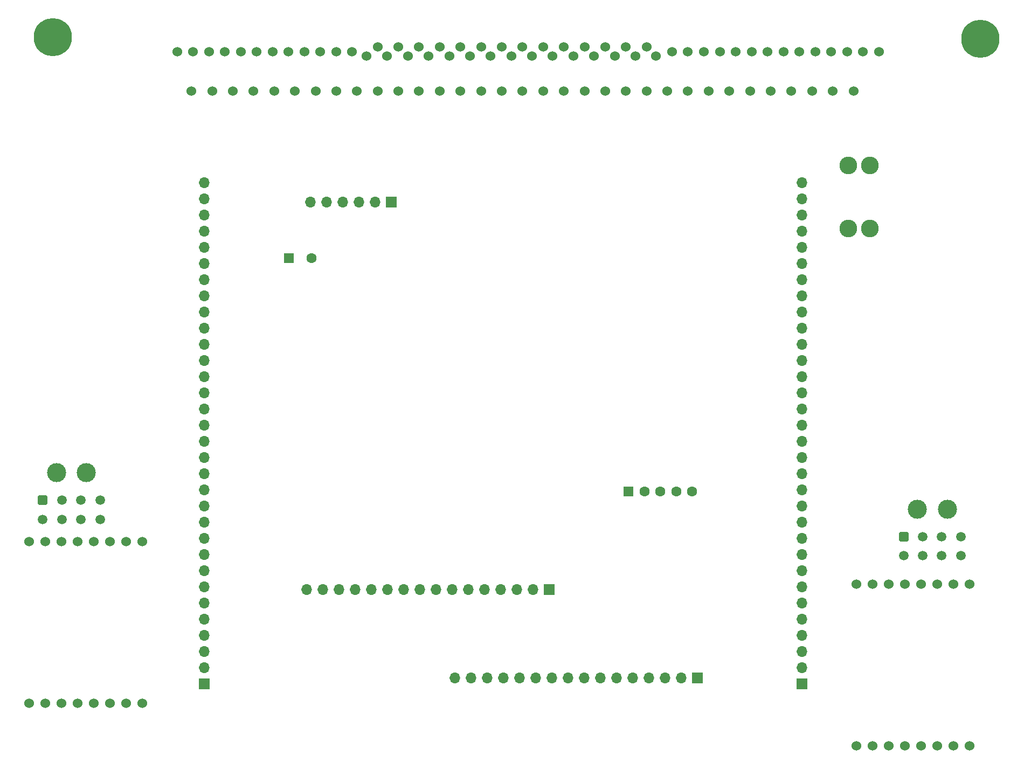
<source format=gbr>
%TF.GenerationSoftware,KiCad,Pcbnew,(6.0.1)*%
%TF.CreationDate,2023-10-20T02:01:24+01:00*%
%TF.ProjectId,Polygonus-Universal-Base,506f6c79-676f-46e7-9573-2d556e697665,rev?*%
%TF.SameCoordinates,Original*%
%TF.FileFunction,Soldermask,Bot*%
%TF.FilePolarity,Negative*%
%FSLAX46Y46*%
G04 Gerber Fmt 4.6, Leading zero omitted, Abs format (unit mm)*
G04 Created by KiCad (PCBNEW (6.0.1)) date 2023-10-20 02:01:24*
%MOMM*%
%LPD*%
G01*
G04 APERTURE LIST*
G04 Aperture macros list*
%AMRoundRect*
0 Rectangle with rounded corners*
0 $1 Rounding radius*
0 $2 $3 $4 $5 $6 $7 $8 $9 X,Y pos of 4 corners*
0 Add a 4 corners polygon primitive as box body*
4,1,4,$2,$3,$4,$5,$6,$7,$8,$9,$2,$3,0*
0 Add four circle primitives for the rounded corners*
1,1,$1+$1,$2,$3*
1,1,$1+$1,$4,$5*
1,1,$1+$1,$6,$7*
1,1,$1+$1,$8,$9*
0 Add four rect primitives between the rounded corners*
20,1,$1+$1,$2,$3,$4,$5,0*
20,1,$1+$1,$4,$5,$6,$7,0*
20,1,$1+$1,$6,$7,$8,$9,0*
20,1,$1+$1,$8,$9,$2,$3,0*%
G04 Aperture macros list end*
%ADD10R,1.700000X1.700000*%
%ADD11O,1.700000X1.700000*%
%ADD12C,1.600000*%
%ADD13R,1.600000X1.600000*%
%ADD14C,1.524000*%
%ADD15C,1.500000*%
%ADD16RoundRect,0.250001X-0.499999X-0.499999X0.499999X-0.499999X0.499999X0.499999X-0.499999X0.499999X0*%
%ADD17C,3.000000*%
%ADD18C,2.780000*%
%ADD19C,6.000000*%
G04 APERTURE END LIST*
D10*
%TO.C,J4*%
X181672763Y-132012059D03*
D11*
X181672763Y-129472059D03*
X181672763Y-126932059D03*
X181672763Y-124392059D03*
X181672763Y-121852059D03*
X181672763Y-119312059D03*
X181672763Y-116772059D03*
X181672763Y-114232059D03*
X181672763Y-111692059D03*
X181672763Y-109152059D03*
X181672763Y-106612059D03*
X181672763Y-104072059D03*
X181672763Y-101532059D03*
X181672763Y-98992059D03*
X181672763Y-96452059D03*
X181672763Y-93912059D03*
X181672763Y-91372059D03*
X181672763Y-88832059D03*
X181672763Y-86292059D03*
X181672763Y-83752059D03*
X181672763Y-81212059D03*
X181672763Y-78672059D03*
X181672763Y-76132059D03*
X181672763Y-73592059D03*
X181672763Y-71052059D03*
X181672763Y-68512059D03*
X181672763Y-65972059D03*
X181672763Y-63432059D03*
X181672763Y-60892059D03*
X181672763Y-58352059D03*
X181672763Y-55812059D03*
X181672763Y-53272059D03*
D10*
X87760080Y-132017154D03*
D11*
X87760080Y-129477154D03*
X87760080Y-126937154D03*
X87760080Y-124397154D03*
X87760080Y-121857154D03*
X87760080Y-119317154D03*
X87760080Y-116777154D03*
X87760080Y-114237154D03*
X87760080Y-111697154D03*
X87760080Y-109157154D03*
X87760080Y-106617154D03*
X87760080Y-104077154D03*
X87760080Y-101537154D03*
X87760080Y-98997154D03*
X87760080Y-96457154D03*
X87760080Y-93917154D03*
X87760080Y-91377154D03*
X87760080Y-88837154D03*
X87760080Y-86297154D03*
X87760080Y-83757154D03*
X87760080Y-81217154D03*
X87760080Y-78677154D03*
X87760080Y-76137154D03*
X87760080Y-73597154D03*
X87760080Y-71057154D03*
X87760080Y-68517154D03*
X87760080Y-65977154D03*
X87760080Y-63437154D03*
X87760080Y-60897154D03*
X87760080Y-58357154D03*
X87760080Y-55817154D03*
X87760080Y-53277154D03*
D10*
X165230080Y-131026287D03*
D11*
X162690080Y-131026287D03*
X160150080Y-131026287D03*
X157610080Y-131026287D03*
X155070080Y-131026287D03*
X152530080Y-131026287D03*
X149990080Y-131026287D03*
X147450080Y-131026287D03*
X144910080Y-131026287D03*
X142370080Y-131026287D03*
X139830080Y-131026287D03*
X137290080Y-131026287D03*
X134750080Y-131026287D03*
X132210080Y-131026287D03*
X129670080Y-131026287D03*
X127130080Y-131026287D03*
D10*
X141953794Y-117134404D03*
D11*
X139413794Y-117134404D03*
X136873794Y-117134404D03*
X134333794Y-117134404D03*
X131793794Y-117134404D03*
X129253794Y-117134404D03*
X126713794Y-117134404D03*
X124173794Y-117134404D03*
X121633794Y-117134404D03*
X119093794Y-117134404D03*
X116553794Y-117134404D03*
X114013794Y-117134404D03*
X111473794Y-117134404D03*
X108933794Y-117134404D03*
X106393794Y-117134404D03*
X103853794Y-117134404D03*
D12*
X164425871Y-101751522D03*
X161925871Y-101751522D03*
X159425871Y-101751522D03*
X156925871Y-101751522D03*
D13*
X154425871Y-101751522D03*
D10*
X117154579Y-56302538D03*
D11*
X114614579Y-56302538D03*
X112074579Y-56302538D03*
X109534579Y-56302538D03*
X106994579Y-56302538D03*
X104454579Y-56302538D03*
%TD*%
D14*
%TO.C,U14*%
X60295183Y-135040000D03*
X62835183Y-135040000D03*
X65375183Y-135040000D03*
X67915183Y-135040000D03*
X70455183Y-135040000D03*
X72995183Y-135040000D03*
X75535183Y-135040000D03*
X78075183Y-135040000D03*
X60295183Y-109640000D03*
X62835183Y-109640000D03*
X65375183Y-109640000D03*
X67915183Y-109640000D03*
X70455183Y-109640000D03*
X72995183Y-109640000D03*
X75535183Y-109640000D03*
X78075183Y-109640000D03*
%TD*%
D13*
%TO.C,C11*%
X101112052Y-65110107D03*
D12*
X104612052Y-65110107D03*
%TD*%
D15*
%TO.C,J5*%
X206646976Y-111866217D03*
X203646976Y-111866217D03*
X200646976Y-111866217D03*
X197646976Y-111866217D03*
X206646976Y-108866217D03*
X203646976Y-108866217D03*
X200646976Y-108866217D03*
D16*
X197646976Y-108866217D03*
D17*
X199806976Y-104546217D03*
X204506976Y-104546217D03*
%TD*%
D15*
%TO.C,J1*%
X71418375Y-106145066D03*
X68418375Y-106145066D03*
X65418375Y-106145066D03*
X62418375Y-106145066D03*
X71418375Y-103145066D03*
X68418375Y-103145066D03*
X65418375Y-103145066D03*
D16*
X62418375Y-103145066D03*
D17*
X69278375Y-98825066D03*
X64578375Y-98825066D03*
%TD*%
D18*
%TO.C,F1*%
X188964464Y-50542664D03*
X192364464Y-50542664D03*
X192364464Y-60462664D03*
X188964464Y-60462664D03*
%TD*%
D14*
%TO.C,Motronic_88pin1*%
X189777500Y-38892516D03*
X186527500Y-38892516D03*
X183277500Y-38892516D03*
X180027500Y-38892516D03*
X176777500Y-38892516D03*
X173527500Y-38892516D03*
X170277500Y-38892516D03*
X167027500Y-38892516D03*
X163777500Y-38892516D03*
X160527500Y-38892516D03*
X157277500Y-38892516D03*
X154027500Y-38892516D03*
X150777500Y-38892516D03*
X147527500Y-38892516D03*
X144277500Y-38892516D03*
X141027500Y-38892516D03*
X137777500Y-38892516D03*
X134527500Y-38892516D03*
X131277500Y-38892516D03*
X128027500Y-38892516D03*
X124777500Y-38892516D03*
X121527500Y-38892516D03*
X118277500Y-38892516D03*
X115027500Y-38892516D03*
X111777500Y-38892516D03*
X108527500Y-38892516D03*
X105277500Y-38892516D03*
X102027500Y-38892516D03*
X98777500Y-38892516D03*
X95527500Y-38892516D03*
X92277500Y-38892516D03*
X89027500Y-38892516D03*
X85777500Y-38892516D03*
X191277500Y-32642516D03*
X186277500Y-32642516D03*
X181277500Y-32642516D03*
X176277500Y-32642516D03*
X171277500Y-32642516D03*
X166277500Y-32642516D03*
X161277500Y-32642516D03*
X157277500Y-31892516D03*
X154027500Y-31892516D03*
X150777500Y-31892516D03*
X147527500Y-31892516D03*
X144277500Y-31892516D03*
X141027500Y-31892516D03*
X137777500Y-31892516D03*
X134527500Y-31892516D03*
X131277500Y-31892516D03*
X128027500Y-31892516D03*
X124777500Y-31892516D03*
X121527500Y-31892516D03*
X118277500Y-31892516D03*
X115027500Y-31892516D03*
X111027500Y-32642516D03*
X106027500Y-32642516D03*
X101027500Y-32642516D03*
X96027500Y-32642516D03*
X91027500Y-32642516D03*
X86027500Y-32642516D03*
X193777500Y-32642516D03*
X188777500Y-32642516D03*
X183777500Y-32642516D03*
X178777500Y-32642516D03*
X173777500Y-32642516D03*
X168777500Y-32642516D03*
X163777500Y-32642516D03*
X158777500Y-33392516D03*
X155527500Y-33392516D03*
X152277500Y-33392516D03*
X149027500Y-33392516D03*
X145777500Y-33392516D03*
X142527500Y-33392516D03*
X139277500Y-33392516D03*
X136027500Y-33392516D03*
X132777500Y-33392516D03*
X129527500Y-33392516D03*
X126277500Y-33392516D03*
X123027500Y-33392516D03*
X119777500Y-33392516D03*
X116527500Y-33392516D03*
X113277500Y-33392516D03*
X108527500Y-32642516D03*
X103527500Y-32642516D03*
X98527500Y-32642516D03*
X93527500Y-32642516D03*
X88527500Y-32642516D03*
X83527500Y-32642516D03*
D19*
X209727500Y-30642516D03*
X64017500Y-30392516D03*
%TD*%
D14*
%TO.C,U1*%
X190267127Y-141724405D03*
X192807127Y-141724405D03*
X195347127Y-141724405D03*
X197887127Y-141724405D03*
X200427127Y-141724405D03*
X202967127Y-141724405D03*
X205507127Y-141724405D03*
X208047127Y-141724405D03*
X190267127Y-116324405D03*
X192807127Y-116324405D03*
X195347127Y-116324405D03*
X197887127Y-116324405D03*
X200427127Y-116324405D03*
X202967127Y-116324405D03*
X205507127Y-116324405D03*
X208047127Y-116324405D03*
%TD*%
M02*

</source>
